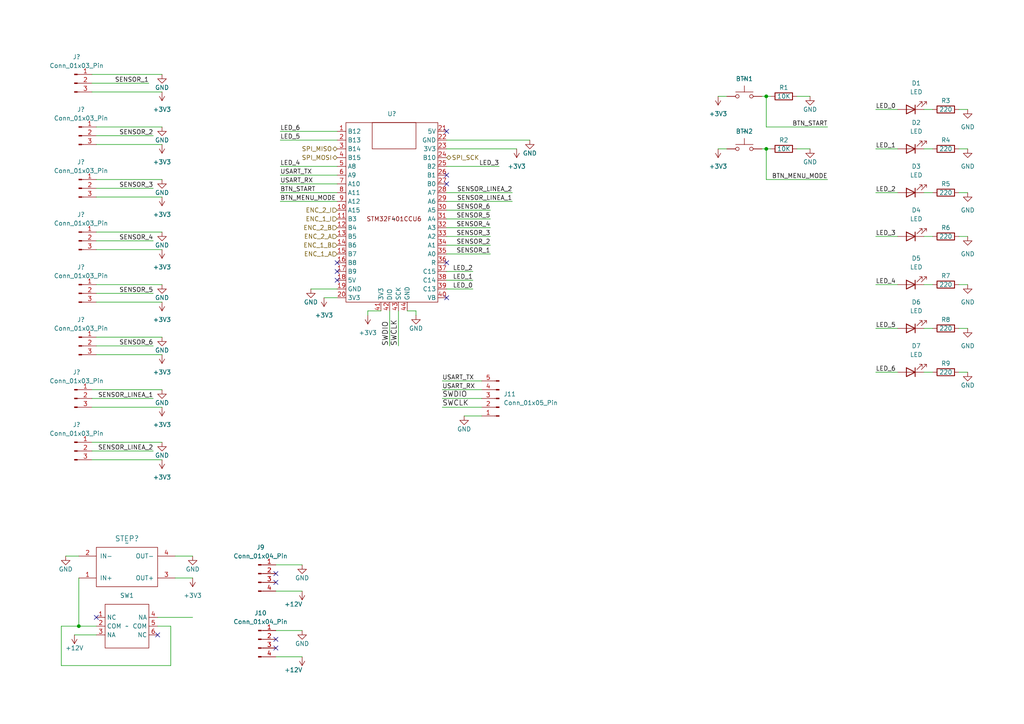
<source format=kicad_sch>
(kicad_sch (version 20230121) (generator eeschema)
  (paper "A4")
  (lib_symbols
    (symbol "Connector:Conn_01x03_Pin" (pin_names (offset 1.016) hide)
      (property "Reference" "J" (at 0 5.08 0))
      (property "Value" "Conn_01x03_Pin" (at 0 -5.08 0))
      (symbol "Conn_01x03_Pin_1_1"
        (polyline (pts (xy 1.27 -2.54) (xy 0.8636 -2.54)) (stroke (width 0.1524)))
        (polyline (pts (xy 1.27 0) (xy 0.8636 0)) (stroke (width 0.1524)))
        (polyline (pts (xy 1.27 2.54) (xy 0.8636 2.54)) (stroke (width 0.1524)))
        (rectangle (start 0.8636 -2.413) (end 0 -2.667) (stroke (width 0.1524)) (fill (type outline)))
        (rectangle (start 0.8636 0.127) (end 0 -0.127) (stroke (width 0.1524)) (fill (type outline)))
        (rectangle (start 0.8636 2.667) (end 0 2.413) (stroke (width 0.1524)) (fill (type outline)))
        (pin passive line (at 5.08 2.54 180) (length 3.81) (name "Pin_1") (number "1"))
        (pin passive line (at 5.08 0 180) (length 3.81) (name "Pin_2") (number "2"))
        (pin passive line (at 5.08 -2.54 180) (length 3.81) (name "Pin_3") (number "3"))
      )
    )
    (symbol "Connector:Conn_01x04_Pin" (pin_names (offset 1.016) hide)
      (property "Reference" "J" (at 0 5.08 0))
      (property "Value" "Conn_01x04_Pin" (at 0 -7.62 0))
      (symbol "Conn_01x04_Pin_1_1"
        (polyline (pts (xy 1.27 -5.08) (xy 0.8636 -5.08)) (stroke (width 0.1524)))
        (polyline (pts (xy 1.27 -2.54) (xy 0.8636 -2.54)) (stroke (width 0.1524)))
        (polyline (pts (xy 1.27 0) (xy 0.8636 0)) (stroke (width 0.1524)))
        (polyline (pts (xy 1.27 2.54) (xy 0.8636 2.54)) (stroke (width 0.1524)))
        (rectangle (start 0.8636 -4.953) (end 0 -5.207) (stroke (width 0.1524)) (fill (type outline)))
        (rectangle (start 0.8636 -2.413) (end 0 -2.667) (stroke (width 0.1524)) (fill (type outline)))
        (rectangle (start 0.8636 0.127) (end 0 -0.127) (stroke (width 0.1524)) (fill (type outline)))
        (rectangle (start 0.8636 2.667) (end 0 2.413) (stroke (width 0.1524)) (fill (type outline)))
        (pin passive line (at 5.08 2.54 180) (length 3.81) (name "Pin_1") (number "1"))
        (pin passive line (at 5.08 0 180) (length 3.81) (name "Pin_2") (number "2"))
        (pin passive line (at 5.08 -2.54 180) (length 3.81) (name "Pin_3") (number "3"))
        (pin passive line (at 5.08 -5.08 180) (length 3.81) (name "Pin_4") (number "4"))
      )
    )
    (symbol "Connector:Conn_01x05_Pin" (pin_names (offset 1.016) hide)
      (property "Reference" "J" (at 0 7.62 0))
      (property "Value" "Conn_01x05_Pin" (at 0 -7.62 0))
      (symbol "Conn_01x05_Pin_1_1"
        (polyline (pts (xy 1.27 -5.08) (xy 0.8636 -5.08)) (stroke (width 0.1524)))
        (polyline (pts (xy 1.27 -2.54) (xy 0.8636 -2.54)) (stroke (width 0.1524)))
        (polyline (pts (xy 1.27 0) (xy 0.8636 0)) (stroke (width 0.1524)))
        (polyline (pts (xy 1.27 2.54) (xy 0.8636 2.54)) (stroke (width 0.1524)))
        (polyline (pts (xy 1.27 5.08) (xy 0.8636 5.08)) (stroke (width 0.1524)))
        (rectangle (start 0.8636 -4.953) (end 0 -5.207) (stroke (width 0.1524)) (fill (type outline)))
        (rectangle (start 0.8636 -2.413) (end 0 -2.667) (stroke (width 0.1524)) (fill (type outline)))
        (rectangle (start 0.8636 0.127) (end 0 -0.127) (stroke (width 0.1524)) (fill (type outline)))
        (rectangle (start 0.8636 2.667) (end 0 2.413) (stroke (width 0.1524)) (fill (type outline)))
        (rectangle (start 0.8636 5.207) (end 0 4.953) (stroke (width 0.1524)) (fill (type outline)))
        (pin passive line (at 5.08 5.08 180) (length 3.81) (name "Pin_1") (number "1"))
        (pin passive line (at 5.08 2.54 180) (length 3.81) (name "Pin_2") (number "2"))
        (pin passive line (at 5.08 0 180) (length 3.81) (name "Pin_3") (number "3"))
        (pin passive line (at 5.08 -2.54 180) (length 3.81) (name "Pin_4") (number "4"))
        (pin passive line (at 5.08 -5.08 180) (length 3.81) (name "Pin_5") (number "5"))
      )
    )
    (symbol "Device:LED" (pin_numbers hide) (pin_names (offset 1.016) hide)
      (property "Reference" "D" (at 0 2.54 0))
      (property "Value" "LED" (at 0 -2.54 0))
      (symbol "LED_0_1"
        (polyline (pts (xy -1.27 -1.27) (xy -1.27 1.27)) (stroke (width 0.254)))
        (polyline (pts (xy -1.27 0) (xy 1.27 0)))
        (polyline (pts (xy 1.27 -1.27) (xy 1.27 1.27) (xy -1.27 0) (xy 1.27 -1.27)) (stroke (width 0.254)))
        (polyline (pts (xy -3.048 -0.762) (xy -4.572 -2.286) (xy -3.81 -2.286) (xy -4.572 -2.286) (xy -4.572 -1.524)))
        (polyline (pts (xy -1.778 -0.762) (xy -3.302 -2.286) (xy -2.54 -2.286) (xy -3.302 -2.286) (xy -3.302 -1.524)))
      )
      (symbol "LED_1_1"
        (pin passive line (at -3.81 0 0) (length 2.54) (name "K") (number "1"))
        (pin passive line (at 3.81 0 180) (length 2.54) (name "A") (number "2"))
      )
    )
    (symbol "Device:R" (pin_numbers hide) (pin_names (offset 0))
      (property "Reference" "R" (at 2.032 0 90))
      (property "Value" "R" (at 0 0 90))
      (symbol "R_0_1"
        (rectangle (start -1.016 -2.54) (end 1.016 2.54) (stroke (width 0.254)))
      )
      (symbol "R_1_1"
        (pin passive line (at 0 3.81 270) (length 1.27) (name "~") (number "1"))
        (pin passive line (at 0 -3.81 90) (length 1.27) (name "~") (number "2"))
      )
    )
    (symbol "custom_libraries:BlackPill"
      (property "Reference" "U" (at 0 30.48 0))
      (symbol "BlackPill_0_1"
        (rectangle (start -13.97 27.94) (end 12.7 -24.13))
        (polyline (pts (xy -6.35 20.32) (xy 6.35 20.32) (xy 6.35 27.94) (xy -6.35 27.94) (xy -6.35 20.32)))
      )
      (symbol "BlackPill_1_1"
        (text "STM32F401CCU6" (at 0 0 0) (effects (font (size 1.27 1.27))))
        (pin bidirectional line (at -16.51 25.4 0) (length 2.54) (name "B12") (number "1"))
        (pin bidirectional line (at -16.51 2.54 0) (length 2.54) (name "A15") (number "10"))
        (pin bidirectional line (at -16.51 0 0) (length 2.54) (name "B3") (number "11"))
        (pin bidirectional line (at -16.51 -2.54 0) (length 2.54) (name "B4") (number "12"))
        (pin bidirectional line (at -16.51 -5.08 0) (length 2.54) (name "B5") (number "13"))
        (pin bidirectional line (at -16.51 -7.62 0) (length 2.54) (name "B6") (number "14"))
        (pin bidirectional line (at -16.51 -10.16 0) (length 2.54) (name "B7") (number "15"))
        (pin bidirectional line (at -16.51 -12.7 0) (length 2.54) (name "B8") (number "16"))
        (pin bidirectional line (at -16.51 -15.24 0) (length 2.54) (name "B9") (number "17"))
        (pin power_in line (at -16.51 -17.78 0) (length 2.54) (name "5V") (number "18"))
        (pin power_out line (at -16.51 -20.32 0) (length 2.54) (name "GND") (number "19"))
        (pin bidirectional line (at -16.51 22.86 0) (length 2.54) (name "B13") (number "2"))
        (pin power_in line (at -16.51 -22.86 0) (length 2.54) (name "3V3") (number "20"))
        (pin power_in line (at 15.24 25.4 180) (length 2.54) (name "5V") (number "21"))
        (pin power_out line (at 15.24 22.86 180) (length 2.54) (name "GND") (number "22"))
        (pin power_in line (at 15.24 20.32 180) (length 2.54) (name "3V3") (number "23"))
        (pin bidirectional line (at 15.24 17.78 180) (length 2.54) (name "B10") (number "24"))
        (pin bidirectional line (at 15.24 15.24 180) (length 2.54) (name "B2") (number "25"))
        (pin bidirectional line (at 15.24 12.7 180) (length 2.54) (name "B1") (number "26"))
        (pin bidirectional line (at 15.24 10.16 180) (length 2.54) (name "B0") (number "27"))
        (pin bidirectional line (at 15.24 7.62 180) (length 2.54) (name "A7") (number "28"))
        (pin bidirectional line (at 15.24 5.08 180) (length 2.54) (name "A6") (number "29"))
        (pin bidirectional line (at -16.51 20.32 0) (length 2.54) (name "B14") (number "3"))
        (pin bidirectional line (at 15.24 2.54 180) (length 2.54) (name "A5") (number "30"))
        (pin bidirectional line (at 15.24 0 180) (length 2.54) (name "A4") (number "31"))
        (pin bidirectional line (at 15.24 -2.54 180) (length 2.54) (name "A3") (number "32"))
        (pin bidirectional line (at 15.24 -5.08 180) (length 2.54) (name "A2") (number "33"))
        (pin bidirectional line (at 15.24 -7.62 180) (length 2.54) (name "A1") (number "34"))
        (pin bidirectional line (at 15.24 -10.16 180) (length 2.54) (name "A0") (number "35"))
        (pin input line (at 15.24 -12.7 180) (length 2.54) (name "R") (number "36"))
        (pin bidirectional line (at 15.24 -15.24 180) (length 2.54) (name "C15") (number "37"))
        (pin bidirectional line (at 15.24 -17.78 180) (length 2.54) (name "C14") (number "38"))
        (pin bidirectional line (at 15.24 -20.32 180) (length 2.54) (name "C13") (number "39"))
        (pin bidirectional line (at -16.51 17.78 0) (length 2.54) (name "B15") (number "4"))
        (pin power_in line (at 15.24 -22.86 180) (length 2.54) (name "VB") (number "40"))
        (pin power_in line (at -3.81 -26.67 90) (length 2.54) (name "3V3") (number "41"))
        (pin bidirectional line (at -1.27 -26.67 90) (length 2.54) (name "DIO") (number "42"))
        (pin bidirectional line (at 1.27 -26.67 90) (length 2.54) (name "SCK") (number "43"))
        (pin power_out line (at 3.81 -26.67 90) (length 2.54) (name "GND") (number "44"))
        (pin bidirectional line (at -16.51 15.24 0) (length 2.54) (name "A8") (number "5"))
        (pin bidirectional line (at -16.51 12.7 0) (length 2.54) (name "A9") (number "6"))
        (pin bidirectional line (at -16.51 10.16 0) (length 2.54) (name "A10") (number "7"))
        (pin bidirectional line (at -16.51 7.62 0) (length 2.54) (name "A11") (number "8"))
        (pin bidirectional line (at -16.51 5.08 0) (length 2.54) (name "A12") (number "9"))
      )
    )
    (symbol "custom_libraries:Button" (pin_numbers hide) (pin_names (offset 1.016) hide)
      (property "Reference" "BTN" (at 1.27 2.54 0))
      (symbol "Button_0_1"
        (circle (center -2.032 0) (radius 0.508))
        (polyline (pts (xy 0 1.27) (xy 0 3.048)))
        (polyline (pts (xy 2.54 1.27) (xy -2.54 1.27)))
        (circle (center 2.032 0) (radius 0.508))
        (pin passive line (at -5.08 0 0) (length 2.54) (name "1") (number "1"))
        (pin passive line (at 5.08 0 180) (length 2.54) (name "2") (number "2"))
      )
    )
    (symbol "custom_libraries:Mini360" (pin_names (offset 1.016))
      (property "Reference" "STEP" (at 0 1.27 0))
      (symbol "Mini360_0_1"
        (rectangle (start -8.89 6.35) (end 8.89 -5.08))
      )
      (symbol "Mini360_1_1"
        (pin power_in line (at -13.97 -2.54 0) (length 5.08) (name "IN+") (number "1"))
        (pin input line (at -13.97 3.81 0) (length 5.08) (name "IN-") (number "2"))
        (pin power_in line (at 13.97 -2.54 180) (length 5.08) (name "OUT+") (number "3"))
        (pin output line (at 13.97 3.81 180) (length 5.08) (name "OUT-") (number "4"))
      )
    )
    (symbol "custom_libraries:Switch"
      (property "Reference" "SW" (at 0 5.08 0))
      (symbol "Switch_0_1"
        (rectangle (start -6.35 6.35) (end 6.35 -6.35))
      )
      (symbol "Switch_1_1"
        (pin bidirectional line (at -8.89 2.54 0) (length 2.54) (name "NC") (number "1"))
        (pin bidirectional line (at -8.89 0 0) (length 2.54) (name "COM") (number "2"))
        (pin bidirectional line (at -8.89 -2.54 0) (length 2.54) (name "NA") (number "3"))
        (pin bidirectional line (at 8.89 2.54 180) (length 2.54) (name "NA") (number "4"))
        (pin bidirectional line (at 8.89 0 180) (length 2.54) (name "COM") (number "5"))
        (pin bidirectional line (at 8.89 -2.54 180) (length 2.54) (name "NC") (number "6"))
      )
    )
    (symbol "power:+12V" (power) (pin_names (offset 0))
      (property "Value" "+12V" (at 0 3.556 0))
      (symbol "+12V_0_1"
        (polyline (pts (xy -0.762 1.27) (xy 0 2.54)))
        (polyline (pts (xy 0 0) (xy 0 2.54)))
        (polyline (pts (xy 0 2.54) (xy 0.762 1.27)))
      )
      (symbol "+12V_1_1"
        (pin power_in line (at 0 0 90) (length 0) hide (name "+12V") (number "1"))
      )
    )
    (symbol "power:+3V3" (power) (pin_names (offset 0))
      (property "Value" "+3V3" (at 0 3.556 0))
      (symbol "+3V3_0_1"
        (polyline (pts (xy -0.762 1.27) (xy 0 2.54)))
        (polyline (pts (xy 0 0) (xy 0 2.54)))
        (polyline (pts (xy 0 2.54) (xy 0.762 1.27)))
      )
      (symbol "+3V3_1_1"
        (pin power_in line (at 0 0 90) (length 0) hide (name "+3V3") (number "1"))
      )
    )
    (symbol "power:GND" (power) (pin_names (offset 0))
      (property "Value" "GND" (at 0 -3.81 0))
      (symbol "GND_0_1"
        (polyline (pts (xy 0 0) (xy 0 -1.27) (xy 1.27 -1.27) (xy 0 -2.54) (xy -1.27 -1.27) (xy 0 -1.27)))
      )
      (symbol "GND_1_1"
        (pin power_in line (at 0 0 270) (length 0) hide (name "GND") (number "1"))
      )
    )
  )
  (junction (at 22.86 181.61))
  (junction (at 222.25 27.94))
  (junction (at 222.25 43.18))
  (no_connect (at 80.01 166.37))
  (no_connect (at 129.54 76.2))
  (no_connect (at 80.01 185.42))
  (no_connect (at 97.79 81.28))
  (no_connect (at 129.54 50.8))
  (no_connect (at 129.54 38.1))
  (no_connect (at 80.01 187.96))
  (no_connect (at 27.94 179.07))
  (no_connect (at 97.79 76.2))
  (no_connect (at 80.01 168.91))
  (no_connect (at 129.54 53.34))
  (no_connect (at 97.79 78.74))
  (no_connect (at 45.72 184.15))
  (no_connect (at 129.54 86.36))
  (wire (pts (xy 46.99 102.87) (xy 27.94 102.87)))
  (wire (pts (xy 46.99 36.83) (xy 27.94 36.83)))
  (wire (pts (xy 208.28 27.94) (xy 210.82 27.94)))
  (wire (pts (xy 113.03 90.17) (xy 113.03 100.33)))
  (wire (pts (xy 46.99 67.31) (xy 27.94 67.31)))
  (wire (pts (xy 129.54 81.28) (xy 137.16 81.28)))
  (wire (pts (xy 144.78 48.26) (xy 129.54 48.26)))
  (wire (pts (xy 19.05 161.29) (xy 22.86 161.29)))
  (wire (pts (xy 129.54 73.66) (xy 142.24 73.66)))
  (wire (pts (xy 106.68 91.44) (xy 106.68 90.17)))
  (wire (pts (xy 129.54 71.12) (xy 142.24 71.12)))
  (wire (pts (xy 222.25 43.18) (xy 222.25 52.07)))
  (wire (pts (xy 90.17 83.82) (xy 97.79 83.82)))
  (wire (pts (xy 81.28 38.1) (xy 97.79 38.1)))
  (wire (pts (xy 270.51 107.95) (xy 267.97 107.95)))
  (wire (pts (xy 222.25 36.83) (xy 240.03 36.83)))
  (wire (pts (xy 46.99 97.79) (xy 27.94 97.79)))
  (wire (pts (xy 254 107.95) (xy 260.35 107.95)))
  (wire (pts (xy 46.99 113.03) (xy 26.67 113.03)))
  (wire (pts (xy 55.88 167.64) (xy 50.8 167.64)))
  (wire (pts (xy 222.25 52.07) (xy 240.03 52.07)))
  (wire (pts (xy 129.54 55.88) (xy 148.59 55.88)))
  (wire (pts (xy 17.78 181.61) (xy 22.86 181.61)))
  (wire (pts (xy 93.98 86.36) (xy 97.79 86.36)))
  (wire (pts (xy 134.62 120.65) (xy 139.7 120.65)))
  (wire (pts (xy 220.98 27.94) (xy 222.25 27.94)))
  (wire (pts (xy 254 55.88) (xy 260.35 55.88)))
  (wire (pts (xy 280.67 107.95) (xy 278.13 107.95)))
  (wire (pts (xy 46.99 26.67) (xy 26.67 26.67)))
  (wire (pts (xy 46.99 87.63) (xy 27.94 87.63)))
  (wire (pts (xy 280.67 82.55) (xy 278.13 82.55)))
  (wire (pts (xy 280.67 68.58) (xy 278.13 68.58)))
  (wire (pts (xy 129.54 63.5) (xy 142.24 63.5)))
  (wire (pts (xy 254 43.18) (xy 260.35 43.18)))
  (wire (pts (xy 280.67 95.25) (xy 278.13 95.25)))
  (wire (pts (xy 17.78 193.04) (xy 17.78 181.61)))
  (wire (pts (xy 87.63 171.45) (xy 80.01 171.45)))
  (wire (pts (xy 128.27 118.11) (xy 139.7 118.11)))
  (wire (pts (xy 87.63 163.83) (xy 80.01 163.83)))
  (wire (pts (xy 129.54 68.58) (xy 142.24 68.58)))
  (wire (pts (xy 129.54 78.74) (xy 137.16 78.74)))
  (wire (pts (xy 129.54 60.96) (xy 142.24 60.96)))
  (wire (pts (xy 44.45 130.81) (xy 26.67 130.81)))
  (wire (pts (xy 43.18 24.13) (xy 26.67 24.13)))
  (wire (pts (xy 44.45 39.37) (xy 27.94 39.37)))
  (wire (pts (xy 46.99 72.39) (xy 27.94 72.39)))
  (wire (pts (xy 46.99 57.15) (xy 27.94 57.15)))
  (wire (pts (xy 115.57 90.17) (xy 115.57 100.33)))
  (wire (pts (xy 46.99 118.11) (xy 26.67 118.11)))
  (wire (pts (xy 46.99 21.59) (xy 26.67 21.59)))
  (wire (pts (xy 208.28 43.18) (xy 210.82 43.18)))
  (wire (pts (xy 46.99 52.07) (xy 27.94 52.07)))
  (wire (pts (xy 280.67 31.75) (xy 278.13 31.75)))
  (wire (pts (xy 49.53 181.61) (xy 49.53 193.04)))
  (wire (pts (xy 254 68.58) (xy 260.35 68.58)))
  (wire (pts (xy 129.54 66.04) (xy 142.24 66.04)))
  (wire (pts (xy 120.65 90.17) (xy 118.11 90.17)))
  (wire (pts (xy 55.88 161.29) (xy 50.8 161.29)))
  (wire (pts (xy 280.67 43.18) (xy 278.13 43.18)))
  (wire (pts (xy 153.67 40.64) (xy 129.54 40.64)))
  (wire (pts (xy 46.99 82.55) (xy 27.94 82.55)))
  (wire (pts (xy 222.25 27.94) (xy 222.25 36.83)))
  (wire (pts (xy 149.86 43.18) (xy 129.54 43.18)))
  (wire (pts (xy 81.28 55.88) (xy 97.79 55.88)))
  (wire (pts (xy 270.51 55.88) (xy 267.97 55.88)))
  (wire (pts (xy 87.63 182.88) (xy 80.01 182.88)))
  (wire (pts (xy 280.67 55.88) (xy 278.13 55.88)))
  (wire (pts (xy 81.28 48.26) (xy 97.79 48.26)))
  (wire (pts (xy 129.54 83.82) (xy 137.16 83.82)))
  (wire (pts (xy 222.25 27.94) (xy 223.52 27.94)))
  (wire (pts (xy 21.59 184.15) (xy 27.94 184.15)))
  (wire (pts (xy 128.27 115.57) (xy 139.7 115.57)))
  (wire (pts (xy 254 31.75) (xy 260.35 31.75)))
  (wire (pts (xy 87.63 190.5) (xy 80.01 190.5)))
  (wire (pts (xy 231.14 43.18) (xy 234.95 43.18)))
  (wire (pts (xy 46.99 41.91) (xy 27.94 41.91)))
  (wire (pts (xy 81.28 50.8) (xy 97.79 50.8)))
  (wire (pts (xy 46.99 133.35) (xy 26.67 133.35)))
  (wire (pts (xy 220.98 43.18) (xy 222.25 43.18)))
  (wire (pts (xy 128.27 113.03) (xy 139.7 113.03)))
  (wire (pts (xy 222.25 43.18) (xy 223.52 43.18)))
  (wire (pts (xy 44.45 69.85) (xy 27.94 69.85)))
  (wire (pts (xy 254 95.25) (xy 260.35 95.25)))
  (wire (pts (xy 22.86 181.61) (xy 27.94 181.61)))
  (wire (pts (xy 44.45 54.61) (xy 27.94 54.61)))
  (wire (pts (xy 44.45 85.09) (xy 27.94 85.09)))
  (wire (pts (xy 270.51 31.75) (xy 267.97 31.75)))
  (wire (pts (xy 81.28 53.34) (xy 97.79 53.34)))
  (wire (pts (xy 44.45 100.33) (xy 27.94 100.33)))
  (wire (pts (xy 44.45 115.57) (xy 26.67 115.57)))
  (wire (pts (xy 120.65 91.44) (xy 120.65 90.17)))
  (wire (pts (xy 254 82.55) (xy 260.35 82.55)))
  (wire (pts (xy 270.51 82.55) (xy 267.97 82.55)))
  (wire (pts (xy 106.68 90.17) (xy 110.49 90.17)))
  (wire (pts (xy 55.88 179.07) (xy 45.72 179.07)))
  (wire (pts (xy 46.99 128.27) (xy 26.67 128.27)))
  (wire (pts (xy 45.72 181.61) (xy 49.53 181.61)))
  (wire (pts (xy 231.14 27.94) (xy 234.95 27.94)))
  (wire (pts (xy 129.54 58.42) (xy 148.59 58.42)))
  (wire (pts (xy 270.51 95.25) (xy 267.97 95.25)))
  (wire (pts (xy 270.51 43.18) (xy 267.97 43.18)))
  (wire (pts (xy 270.51 68.58) (xy 267.97 68.58)))
  (wire (pts (xy 128.27 110.49) (xy 139.7 110.49)))
  (wire (pts (xy 49.53 193.04) (xy 17.78 193.04)))
  (wire (pts (xy 22.86 181.61) (xy 22.86 167.64)))
  (wire (pts (xy 81.28 40.64) (xy 97.79 40.64)))
  (wire (pts (xy 81.28 58.42) (xy 97.79 58.42)))
  (label "LED_4" (at 254 82.55 0))
  (label "SENSOR_LINEA_1" (at 148.59 58.42 180))
  (label "LED_5" (at 254 95.25 0))
  (label "SENSOR_4" (at 142.24 66.04 180))
  (label "LED_1" (at 254 43.18 0))
  (label "LED_3" (at 144.78 48.26 180))
  (label "BTN_START" (at 240.03 36.83 180))
  (label "SWDIO" (at 128.27 115.57 0) (effects (font (size 1.524 1.524))))
  (label "SENSOR_4" (at 44.45 69.85 180))
  (label "USART_TX" (at 81.28 50.8 0))
  (label "SWCLK" (at 128.27 118.11 0) (effects (font (size 1.524 1.524))))
  (label "BTN_START" (at 81.28 55.88 0))
  (label "LED_1" (at 137.16 81.28 180))
  (label "LED_6" (at 254 107.95 0))
  (label "SWCLK" (at 115.57 100.33 90) (effects (font (size 1.524 1.524))))
  (label "LED_3" (at 254 68.58 0))
  (label "SENSOR_6" (at 142.24 60.96 180))
  (label "LED_0" (at 254 31.75 0))
  (label "SENSOR_1" (at 43.18 24.13 180))
  (label "SENSOR_2" (at 44.45 39.37 180))
  (label "USART_RX" (at 128.27 113.03 0))
  (label "LED_6" (at 81.28 38.1 0))
  (label "USART_TX" (at 128.27 110.49 0))
  (label "USART_RX" (at 81.28 53.34 0))
  (label "SENSOR_1" (at 142.24 73.66 180))
  (label "SENSOR_5" (at 44.45 85.09 180))
  (label "LED_2" (at 137.16 78.74 180))
  (label "BTN_MENU_MODE" (at 240.03 52.07 180))
  (label "SENSOR_3" (at 44.45 54.61 180))
  (label "SENSOR_5" (at 142.24 63.5 180))
  (label "SENSOR_LINEA_2" (at 44.45 130.81 180))
  (label "SENSOR_LINEA_1" (at 44.45 115.57 180))
  (label "SWDIO" (at 113.03 100.33 90) (effects (font (size 1.524 1.524))))
  (label "SENSOR_2" (at 142.24 71.12 180))
  (label "SENSOR_6" (at 44.45 100.33 180))
  (label "LED_5" (at 81.28 40.64 0))
  (label "SENSOR_3" (at 142.24 68.58 180))
  (label "BTN_MENU_MODE" (at 81.28 58.42 0))
  (label "LED_2" (at 254 55.88 0))
  (label "SENSOR_LINEA_2" (at 148.59 55.88 180))
  (label "LED_4" (at 81.28 48.26 0))
  (label "LED_0" (at 137.16 83.82 180))
  (hierarchical_label "ENC_1_B" (shape input) (at 97.79 71.12 180))
  (hierarchical_label "ENC_2_I" (shape input) (at 97.79 60.96 180))
  (hierarchical_label "ENC_1_I" (shape input) (at 97.79 63.5 180))
  (hierarchical_label "ENC_2_B" (shape input) (at 97.79 66.04 180))
  (hierarchical_label "SPI_MISO" (shape bidirectional) (at 97.79 43.18 180))
  (hierarchical_label "ENC_2_A" (shape input) (at 97.79 68.58 180))
  (hierarchical_label "ENC_1_A" (shape input) (at 97.79 73.66 180))
  (hierarchical_label "SPI_SCK" (shape bidirectional) (at 129.54 45.72 0))
  (hierarchical_label "SPI_MOSI" (shape bidirectional) (at 97.79 45.72 180))
  (symbol (lib_id "Device:R") (at 274.32 43.18 270) (unit 1)
    (property "Reference" "R4" (at 274.32 40.64 90))
    (property "Value" "220" (at 274.32 43.18 90))
    (property "Footprint" "Resistor_SMD:R_0805_2012Metric_Pad1.20x1.40mm_HandSolder" (effects hide))
  )
  (symbol (lib_id "power:GND") (at 19.05 161.29 0) (unit 1)
    (property "Reference" "#PWR01" (effects hide))
    (property "Value" "GND" (at 19.05 165.1 0))
  )
  (symbol (lib_id "power:+3V3") (at 208.28 43.18 180) (unit 1)
    (property "Reference" "#PWR033" (effects hide))
    (property "Value" "+3V3" (at 208.28 48.26 0))
  )
  (symbol (lib_id "power:+3V3") (at 46.99 102.87 180) (unit 1)
    (property "Reference" "#PWR014" (effects hide))
    (property "Value" "+3V3" (at 46.99 107.95 0))
  )
  (symbol (lib_id "Device:LED") (at 264.16 82.55 180) (unit 1)
    (property "Reference" "D5" (at 265.7475 74.93 0))
    (property "Value" "LED" (at 265.7475 77.47 0))
    (property "Footprint" "LED_SMD:LED_0805_2012Metric" (effects hide))
  )
  (symbol (lib_id "Connector:Conn_01x03_Pin") (at 22.86 85.09 0) (unit 1)
    (property "Reference" "J?" (at 23.495 77.47 0))
    (property "Value" "Conn_01x03_Pin" (at 23.495 80.01 0))
    (property "Footprint" "Connector_PinHeader_2.54mm:PinHeader_1x03_P2.54mm_Vertical" (effects hide))
    (instances (project "UltiBot" (path "" (reference "J?") (unit 1)) (path "" (reference "J7") (unit 1))))
  )
  (symbol (lib_id "custom_libraries:Mini360") (at 36.83 165.1 0) (unit 1)
    (property "Reference" "STEP?" (at 36.83 156.21 0) (effects (font (size 1.524 1.524))))
    (property "Value" "~" (at 36.83 157.48 0) (effects (font (size 1.524 1.524))))
    (property "Footprint" "custom_library:Mini360" (effects hide))
    (instances (project "UltiBot" (path "" (reference "STEP?") (unit 1)) (path "" (reference "STEP1") (unit 1))))
  )
  (symbol (lib_id "Device:LED") (at 264.16 68.58 180) (unit 1)
    (property "Reference" "D4" (at 265.7475 60.96 0))
    (property "Value" "LED" (at 265.7475 63.5 0))
    (property "Footprint" "LED_SMD:LED_0805_2012Metric" (effects hide))
  )
  (symbol (lib_id "Device:LED") (at 264.16 107.95 180) (unit 1)
    (property "Reference" "D7" (at 265.7475 100.33 0))
    (property "Value" "LED" (at 265.7475 102.87 0))
    (property "Footprint" "LED_SMD:LED_0805_2012Metric" (effects hide))
  )
  (symbol (lib_id "power:+12V") (at 87.63 171.45 180) (unit 1)
    (property "Reference" "#PWR?" (effects hide))
    (property "Value" "+12V" (at 85.09 175.26 0))
    (instances (project "UltiBot" (path "" (reference "#PWR?") (unit 1)) (path "" (reference "#PWR022") (unit 1))))
  )
  (symbol (lib_id "power:GND") (at 87.63 163.83 0) (unit 1)
    (property "Reference" "#PWR021" (effects hide))
    (property "Value" "GND" (at 87.63 167.64 0))
  )
  (symbol (lib_id "power:+12V") (at 21.59 184.15 180) (unit 1)
    (property "Reference" "#PWR?" (effects hide))
    (property "Value" "+12V" (at 21.59 187.96 0))
    (instances (project "UltiBot" (path "" (reference "#PWR?") (unit 1)) (path "" (reference "#PWR02") (unit 1))))
  )
  (symbol (lib_id "power:GND") (at 280.67 82.55 0) (unit 1)
    (property "Reference" "#PWR040" (effects hide))
    (property "Value" "GND" (at 280.67 87.63 0))
  )
  (symbol (lib_id "power:GND") (at 280.67 68.58 0) (unit 1)
    (property "Reference" "#PWR039" (effects hide))
    (property "Value" "GND" (at 280.67 73.66 0))
  )
  (symbol (lib_id "power:+3V3") (at 46.99 133.35 180) (unit 1)
    (property "Reference" "#PWR018" (effects hide))
    (property "Value" "+3V3" (at 46.99 138.43 0))
  )
  (symbol (lib_id "power:GND") (at 90.17 83.82 0) (unit 1)
    (property "Reference" "#PWR025" (effects hide))
    (property "Value" "GND" (at 90.17 87.63 0))
  )
  (symbol (lib_id "Connector:Conn_01x03_Pin") (at 22.86 69.85 0) (unit 1)
    (property "Reference" "J?" (at 23.495 62.23 0))
    (property "Value" "Conn_01x03_Pin" (at 23.495 64.77 0))
    (property "Footprint" "Connector_PinHeader_2.54mm:PinHeader_1x03_P2.54mm_Vertical" (effects hide))
    (instances (project "UltiBot" (path "" (reference "J?") (unit 1)) (path "" (reference "J6") (unit 1))))
  )
  (symbol (lib_id "custom_libraries:Button") (at 215.9 43.18 0) (unit 1)
    (property "Reference" "BTN2" (at 215.9 38.1 0))
    (property "Value" "~" (at 215.9 38.1 0))
    (property "Footprint" "Button_Switch_SMD:SW_SPST_EVQPE1" (effects hide))
  )
  (symbol (lib_id "power:+3V3") (at 55.88 167.64 180) (unit 1)
    (property "Reference" "#PWR020" (effects hide))
    (property "Value" "+3V3" (at 55.88 172.72 0))
  )
  (symbol (lib_id "power:+3V3") (at 149.86 43.18 180) (unit 1)
    (property "Reference" "#PWR030" (effects hide))
    (property "Value" "+3V3" (at 149.86 48.26 0))
  )
  (symbol (lib_id "power:+3V3") (at 106.68 91.44 180) (unit 1)
    (property "Reference" "#PWR027" (effects hide))
    (property "Value" "+3V3" (at 106.68 96.52 0))
  )
  (symbol (lib_id "Device:R") (at 274.32 82.55 270) (unit 1)
    (property "Reference" "R7" (at 274.32 80.01 90))
    (property "Value" "220" (at 274.32 82.55 90))
    (property "Footprint" "Resistor_SMD:R_0805_2012Metric_Pad1.20x1.40mm_HandSolder" (effects hide))
  )
  (symbol (lib_id "power:GND") (at 280.67 95.25 0) (unit 1)
    (property "Reference" "#PWR041" (effects hide))
    (property "Value" "GND" (at 280.67 100.33 0))
  )
  (symbol (lib_id "Device:LED") (at 264.16 55.88 180) (unit 1)
    (property "Reference" "D3" (at 265.7475 48.26 0))
    (property "Value" "LED" (at 265.7475 50.8 0))
    (property "Footprint" "LED_SMD:LED_0805_2012Metric" (effects hide))
  )
  (symbol (lib_id "power:GND") (at 46.99 113.03 0) (unit 1)
    (property "Reference" "#PWR015" (effects hide))
    (property "Value" "GND" (at 46.99 116.84 0))
  )
  (symbol (lib_id "Device:R") (at 227.33 27.94 270) (unit 1)
    (property "Reference" "R1" (at 227.33 25.4 90))
    (property "Value" "10K" (at 227.33 27.94 90))
    (property "Footprint" "Resistor_SMD:R_0805_2012Metric_Pad1.20x1.40mm_HandSolder" (effects hide))
  )
  (symbol (lib_id "power:+3V3") (at 208.28 27.94 180) (unit 1)
    (property "Reference" "#PWR032" (effects hide))
    (property "Value" "+3V3" (at 208.28 33.02 0))
  )
  (symbol (lib_id "power:+3V3") (at 46.99 26.67 180) (unit 1)
    (property "Reference" "#PWR04" (effects hide))
    (property "Value" "+3V3" (at 46.99 31.75 0))
  )
  (symbol (lib_id "power:GND") (at 280.67 107.95 0) (unit 1)
    (property "Reference" "#PWR042" (effects hide))
    (property "Value" "GND" (at 280.67 111.76 0))
  )
  (symbol (lib_id "Connector:Conn_01x04_Pin") (at 74.93 185.42 0) (unit 1)
    (property "Reference" "J10" (at 75.565 177.8 0))
    (property "Value" "Conn_01x04_Pin" (at 75.565 180.34 0))
    (property "Footprint" "Connector_PinHeader_2.54mm:PinHeader_1x04_P2.54mm_Vertical" (effects hide))
  )
  (symbol (lib_id "Device:LED") (at 264.16 31.75 180) (unit 1)
    (property "Reference" "D1" (at 265.7475 24.13 0))
    (property "Value" "LED" (at 265.7475 26.67 0))
    (property "Footprint" "LED_SMD:LED_0805_2012Metric" (effects hide))
  )
  (symbol (lib_id "power:+3V3") (at 46.99 118.11 180) (unit 1)
    (property "Reference" "#PWR016" (effects hide))
    (property "Value" "+3V3" (at 46.99 123.19 0))
  )
  (symbol (lib_id "power:GND") (at 46.99 21.59 0) (unit 1)
    (property "Reference" "#PWR03" (effects hide))
    (property "Value" "GND" (at 46.99 25.4 0))
  )
  (symbol (lib_id "power:GND") (at 55.88 161.29 0) (unit 1)
    (property "Reference" "#PWR019" (effects hide))
    (property "Value" "GND" (at 55.88 165.1 0))
  )
  (symbol (lib_id "Device:R") (at 274.32 68.58 270) (unit 1)
    (property "Reference" "R6" (at 274.32 66.04 90))
    (property "Value" "220" (at 274.32 68.58 90))
    (property "Footprint" "Resistor_SMD:R_0805_2012Metric_Pad1.20x1.40mm_HandSolder" (effects hide))
  )
  (symbol (lib_id "custom_libraries:Switch") (at 36.83 181.61 0) (unit 1)
    (property "Reference" "SW1" (at 36.83 172.72 0))
    (property "Value" "~" (at 36.83 181.61 0))
    (property "Footprint" "custom_library:Switch6P" (effects hide))
  )
  (symbol (lib_id "power:GND") (at 46.99 128.27 0) (unit 1)
    (property "Reference" "#PWR017" (effects hide))
    (property "Value" "GND" (at 46.99 132.08 0))
  )
  (symbol (lib_id "power:+3V3") (at 46.99 57.15 180) (unit 1)
    (property "Reference" "#PWR08" (effects hide))
    (property "Value" "+3V3" (at 46.99 62.23 0))
  )
  (symbol (lib_id "power:GND") (at 46.99 97.79 0) (unit 1)
    (property "Reference" "#PWR013" (effects hide))
    (property "Value" "GND" (at 46.99 101.6 0))
  )
  (symbol (lib_id "power:GND") (at 120.65 91.44 0) (unit 1)
    (property "Reference" "#PWR028" (effects hide))
    (property "Value" "GND" (at 120.65 95.25 0))
  )
  (symbol (lib_id "Device:R") (at 274.32 55.88 270) (unit 1)
    (property "Reference" "R5" (at 274.32 53.34 90))
    (property "Value" "220" (at 274.32 55.88 90))
    (property "Footprint" "Resistor_SMD:R_0805_2012Metric_Pad1.20x1.40mm_HandSolder" (effects hide))
  )
  (symbol (lib_id "Device:R") (at 274.32 107.95 270) (unit 1)
    (property "Reference" "R9" (at 274.32 105.41 90))
    (property "Value" "220" (at 274.32 107.95 90))
    (property "Footprint" "Resistor_SMD:R_0805_2012Metric_Pad1.20x1.40mm_HandSolder" (effects hide))
  )
  (symbol (lib_id "power:GND") (at 280.67 31.75 0) (unit 1)
    (property "Reference" "#PWR036" (effects hide))
    (property "Value" "GND" (at 280.67 36.83 0))
  )
  (symbol (lib_id "Connector:Conn_01x03_Pin") (at 21.59 130.81 0) (unit 1)
    (property "Reference" "J?" (at 22.225 123.19 0))
    (property "Value" "Conn_01x03_Pin" (at 22.225 125.73 0))
    (property "Footprint" "Connector_PinHeader_2.54mm:PinHeader_1x03_P2.54mm_Vertical" (effects hide))
    (instances (project "UltiBot" (path "" (reference "J?") (unit 1)) (path "" (reference "J3") (unit 1))))
  )
  (symbol (lib_id "power:GND") (at 46.99 36.83 0) (unit 1)
    (property "Reference" "#PWR05" (effects hide))
    (property "Value" "GND" (at 46.99 40.64 0))
  )
  (symbol (lib_id "power:GND") (at 153.67 40.64 0) (unit 1)
    (property "Reference" "#PWR031" (effects hide))
    (property "Value" "GND" (at 153.67 44.45 0))
  )
  (symbol (lib_id "power:+12V") (at 87.63 190.5 180) (unit 1)
    (property "Reference" "#PWR?" (effects hide))
    (property "Value" "+12V" (at 85.09 194.31 0))
    (instances (project "UltiBot" (path "" (reference "#PWR?") (unit 1)) (path "" (reference "#PWR024") (unit 1))))
  )
  (symbol (lib_id "Device:R") (at 274.32 31.75 270) (unit 1)
    (property "Reference" "R3" (at 274.32 29.21 90))
    (property "Value" "220" (at 274.32 31.75 90))
    (property "Footprint" "Resistor_SMD:R_0805_2012Metric_Pad1.20x1.40mm_HandSolder" (effects hide))
  )
  (symbol (lib_id "power:+3V3") (at 93.98 86.36 180) (unit 1)
    (property "Reference" "#PWR026" (effects hide))
    (property "Value" "+3V3" (at 93.98 91.44 0))
  )
  (symbol (lib_id "power:+3V3") (at 46.99 72.39 180) (unit 1)
    (property "Reference" "#PWR010" (effects hide))
    (property "Value" "+3V3" (at 46.99 77.47 0))
  )
  (symbol (lib_id "power:GND") (at 134.62 120.65 0) (unit 1)
    (property "Reference" "#PWR029" (effects hide))
    (property "Value" "GND" (at 134.62 124.46 0))
  )
  (symbol (lib_id "Connector:Conn_01x03_Pin") (at 22.86 39.37 0) (unit 1)
    (property "Reference" "J?" (at 23.495 31.75 0))
    (property "Value" "Conn_01x03_Pin" (at 23.495 34.29 0))
    (property "Footprint" "Connector_PinHeader_2.54mm:PinHeader_1x03_P2.54mm_Vertical" (effects hide))
    (instances (project "UltiBot" (path "" (reference "J?") (unit 1)) (path "" (reference "J4") (unit 1))))
  )
  (symbol (lib_id "power:+3V3") (at 46.99 87.63 180) (unit 1)
    (property "Reference" "#PWR012" (effects hide))
    (property "Value" "+3V3" (at 46.99 92.71 0))
  )
  (symbol (lib_id "Connector:Conn_01x03_Pin") (at 22.86 54.61 0) (unit 1)
    (property "Reference" "J?" (at 23.495 46.99 0))
    (property "Value" "Conn_01x03_Pin" (at 23.495 49.53 0))
    (property "Footprint" "Connector_PinHeader_2.54mm:PinHeader_1x03_P2.54mm_Vertical" (effects hide))
    (instances (project "UltiBot" (path "" (reference "J?") (unit 1)) (path "" (reference "J5") (unit 1))))
  )
  (symbol (lib_id "power:GND") (at 46.99 52.07 0) (unit 1)
    (property "Reference" "#PWR07" (effects hide))
    (property "Value" "GND" (at 46.99 55.88 0))
  )
  (symbol (lib_id "Connector:Conn_01x04_Pin") (at 74.93 166.37 0) (unit 1)
    (property "Reference" "J9" (at 75.565 158.75 0))
    (property "Value" "Conn_01x04_Pin" (at 75.565 161.29 0))
    (property "Footprint" "Connector_PinHeader_2.54mm:PinHeader_1x04_P2.54mm_Vertical" (effects hide))
  )
  (symbol (lib_id "custom_libraries:Button") (at 215.9 27.94 0) (unit 1)
    (property "Reference" "BTN1" (at 215.9 22.86 0))
    (property "Value" "~" (at 215.9 22.86 0))
    (property "Footprint" "Button_Switch_SMD:SW_SPST_EVQPE1" (effects hide))
  )
  (symbol (lib_id "Connector:Conn_01x03_Pin") (at 22.86 100.33 0) (unit 1)
    (property "Reference" "J?" (at 23.495 92.71 0))
    (property "Value" "Conn_01x03_Pin" (at 23.495 95.25 0))
    (property "Footprint" "Connector_PinHeader_2.54mm:PinHeader_1x03_P2.54mm_Vertical" (effects hide))
    (instances (project "UltiBot" (path "" (reference "J?") (unit 1)) (path "" (reference "J8") (unit 1))))
  )
  (symbol (lib_id "power:GND") (at 280.67 55.88 0) (unit 1)
    (property "Reference" "#PWR038" (effects hide))
    (property "Value" "GND" (at 280.67 60.96 0))
  )
  (symbol (lib_id "Device:R") (at 274.32 95.25 270) (unit 1)
    (property "Reference" "R8" (at 274.32 92.71 90))
    (property "Value" "220" (at 274.32 95.25 90))
    (property "Footprint" "Resistor_SMD:R_0805_2012Metric_Pad1.20x1.40mm_HandSolder" (effects hide))
  )
  (symbol (lib_id "power:GND") (at 46.99 67.31 0) (unit 1)
    (property "Reference" "#PWR09" (effects hide))
    (property "Value" "GND" (at 46.99 71.12 0))
  )
  (symbol (lib_id "Connector:Conn_01x05_Pin") (at 144.78 115.57 180) (unit 1)
    (property "Reference" "J11" (at 146.05 114.3 0) (effects (justify right)))
    (property "Value" "Conn_01x05_Pin" (at 146.05 116.84 0) (effects (justify right)))
    (property "Footprint" "Connector_PinHeader_2.54mm:PinHeader_1x05_P2.54mm_Vertical" (effects hide))
  )
  (symbol (lib_id "Device:R") (at 227.33 43.18 270) (unit 1)
    (property "Reference" "R2" (at 227.33 40.64 90))
    (property "Value" "10K" (at 227.33 43.18 90))
    (property "Footprint" "Resistor_SMD:R_0805_2012Metric_Pad1.20x1.40mm_HandSolder" (effects hide))
  )
  (symbol (lib_id "Connector:Conn_01x03_Pin") (at 21.59 24.13 0) (unit 1)
    (property "Reference" "J?" (at 22.225 16.51 0))
    (property "Value" "Conn_01x03_Pin" (at 22.225 19.05 0))
    (property "Footprint" "Connector_PinHeader_2.54mm:PinHeader_1x03_P2.54mm_Vertical" (effects hide))
    (instances (project "UltiBot" (path "" (reference "J?") (unit 1)) (path "" (reference "J1") (unit 1))))
  )
  (symbol (lib_id "Device:LED") (at 264.16 43.18 180) (unit 1)
    (property "Reference" "D2" (at 265.7475 35.56 0))
    (property "Value" "LED" (at 265.7475 38.1 0))
    (property "Footprint" "LED_SMD:LED_0805_2012Metric" (effects hide))
  )
  (symbol (lib_id "power:GND") (at 234.95 43.18 0) (unit 1)
    (property "Reference" "#PWR035" (effects hide))
    (property "Value" "GND" (at 234.95 46.99 0))
  )
  (symbol (lib_id "power:GND") (at 87.63 182.88 0) (unit 1)
    (property "Reference" "#PWR023" (effects hide))
    (property "Value" "GND" (at 87.63 186.69 0))
  )
  (symbol (lib_id "power:GND") (at 280.67 43.18 0) (unit 1)
    (property "Reference" "#PWR037" (effects hide))
    (property "Value" "GND" (at 280.67 48.26 0))
  )
  (symbol (lib_id "power:GND") (at 234.95 27.94 0) (unit 1)
    (property "Reference" "#PWR034" (effects hide))
    (property "Value" "GND" (at 234.95 31.75 0))
  )
  (symbol (lib_id "power:+3V3") (at 46.99 41.91 180) (unit 1)
    (property "Reference" "#PWR06" (effects hide))
    (property "Value" "+3V3" (at 46.99 46.99 0))
  )
  (symbol (lib_id "Device:LED") (at 264.16 95.25 180) (unit 1)
    (property "Reference" "D6" (at 265.7475 87.63 0))
    (property "Value" "LED" (at 265.7475 90.17 0))
    (property "Footprint" "LED_SMD:LED_0805_2012Metric" (effects hide))
  )
  (symbol (lib_id "custom_libraries:BlackPill") (at 114.3 63.5 0) (unit 1)
    (property "Reference" "U?" (at 113.665 33.02 0))
    (property "Value" "~" (at 114.3 63.5 0))
    (property "Footprint" "custom_library:BlackPill_STM32F401" (effects hide))
    (instances (project "UltiBot" (path "" (reference "U?") (unit 1)) (path "" (reference "U1") (unit 1))))
  )
  (symbol (lib_id "power:GND") (at 46.99 82.55 0) (unit 1)
    (property "Reference" "#PWR011" (effects hide))
    (property "Value" "GND" (at 46.99 86.36 0))
  )
  (symbol (lib_id "Connector:Conn_01x03_Pin") (at 21.59 115.57 0) (unit 1)
    (property "Reference" "J?" (at 22.225 107.95 0))
    (property "Value" "Conn_01x03_Pin" (at 22.225 110.49 0))
    (property "Footprint" "Connector_PinHeader_2.54mm:PinHeader_1x03_P2.54mm_Vertical" (effects hide))
    (instances (project "UltiBot" (path "" (reference "J?") (unit 1)) (path "" (reference "J2") (unit 1))))
  )
)
</source>
